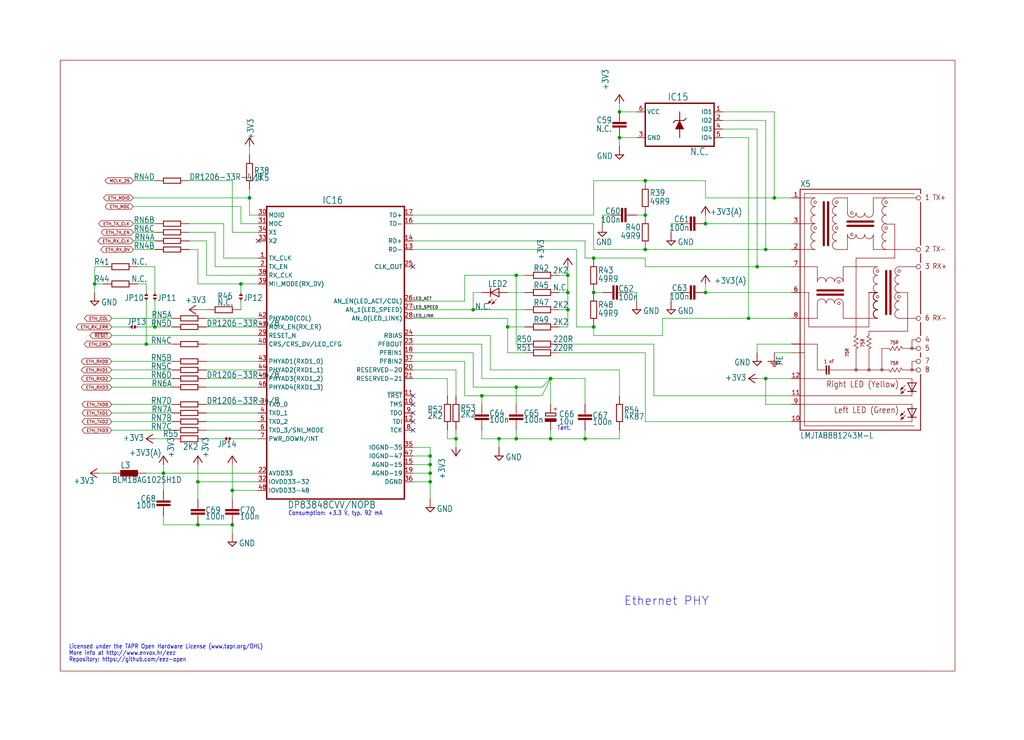
<source format=kicad_sch>
(kicad_sch (version 20230121) (generator eeschema)
  (paper "User" 302.311 218.491)
  (junction (at 228.6 58.42))
  (junction (at 58.42 142.24))
  (junction (at 162.56 111.76))
  (junction (at 127 142.24))
  (junction (at 182.88 40.64))
  (junction (at 226.06 111.76))
  (junction (at 68.58 144.78))
  (junction (at 167.64 81.28))
  (junction (at 48.26 139.7))
  (junction (at 149.86 96.52))
  (junction (at 142.24 116.84))
  (junction (at 127 134.62))
  (junction (at 43.18 101.6))
  (junction (at 208.28 66.04))
  (junction (at 167.64 86.36))
  (junction (at 134.62 129.54))
  (junction (at 182.88 33.02))
  (junction (at 27.94 83.82))
  (junction (at 147.32 129.54))
  (junction (at 45.72 96.52))
  (junction (at 175.26 96.52))
  (junction (at 226.06 73.66))
  (junction (at 152.4 114.3))
  (junction (at 162.56 129.54))
  (junction (at 175.26 76.2))
  (junction (at 152.4 129.54))
  (junction (at 58.42 154.94))
  (junction (at 68.58 154.94))
  (junction (at 73.66 58.42))
  (junction (at 167.64 91.44))
  (junction (at 127 139.7))
  (junction (at 139.7 91.44))
  (junction (at 190.5 53.34))
  (junction (at 71.12 83.82))
  (junction (at 190.5 63.5))
  (junction (at 190.5 73.66))
  (junction (at 175.26 86.36))
  (junction (at 223.52 78.74))
  (junction (at 208.28 86.36))
  (junction (at 127 137.16))
  (junction (at 172.72 129.54))
  (junction (at 220.98 93.98))
  (junction (at 152.4 81.28))
  (no_connect (at 121.92 121.92))
  (no_connect (at 121.92 119.38))
  (no_connect (at 121.92 124.46))
  (no_connect (at 121.92 127))
  (no_connect (at 121.92 116.84))
  (no_connect (at 76.2 71.12))
  (no_connect (at 121.92 78.74))
  (wire (pts (xy 175.26 66.04) (xy 175.26 73.66)))
  (wire (pts (xy 134.62 132.08) (xy 134.62 129.54)))
  (wire (pts (xy 139.7 86.36) (xy 139.7 91.44)))
  (wire (pts (xy 127 137.16) (xy 127 139.7)))
  (wire (pts (xy 193.04 101.6) (xy 193.04 116.84)))
  (wire (pts (xy 233.68 124.46) (xy 190.5 124.46)))
  (wire (pts (xy 160.02 114.3) (xy 162.56 111.76)))
  (wire (pts (xy 175.26 76.2) (xy 190.5 76.2)))
  (wire (pts (xy 149.86 86.36) (xy 154.94 86.36)))
  (wire (pts (xy 149.86 96.52) (xy 149.86 104.14)))
  (wire (pts (xy 190.5 63.5) (xy 187.96 63.5)))
  (wire (pts (xy 50.8 93.98) (xy 33.02 93.98)))
  (wire (pts (xy 228.6 58.42) (xy 233.68 58.42)))
  (wire (pts (xy 127 142.24) (xy 127 139.7)))
  (wire (pts (xy 134.62 129.54) (xy 134.62 127)))
  (wire (pts (xy 127 147.32) (xy 127 142.24)))
  (wire (pts (xy 76.2 144.78) (xy 68.58 144.78)))
  (wire (pts (xy 220.98 93.98) (xy 233.68 93.98)))
  (wire (pts (xy 33.02 127) (xy 50.8 127)))
  (wire (pts (xy 68.58 157.48) (xy 68.58 154.94)))
  (wire (pts (xy 162.56 127) (xy 162.56 129.54)))
  (wire (pts (xy 175.26 99.06) (xy 195.58 99.06)))
  (wire (pts (xy 76.2 139.7) (xy 48.26 139.7)))
  (wire (pts (xy 195.58 99.06) (xy 195.58 93.98)))
  (wire (pts (xy 175.26 63.5) (xy 175.26 53.34)))
  (wire (pts (xy 121.92 99.06) (xy 144.78 99.06)))
  (wire (pts (xy 39.37 53.34) (xy 45.72 53.34)))
  (wire (pts (xy 167.64 81.28) (xy 167.64 86.36)))
  (wire (pts (xy 121.92 142.24) (xy 127 142.24)))
  (wire (pts (xy 165.1 81.28) (xy 167.64 81.28)))
  (wire (pts (xy 121.92 93.98) (xy 149.86 93.98)))
  (wire (pts (xy 71.12 66.04) (xy 76.2 66.04)))
  (wire (pts (xy 73.66 58.42) (xy 73.66 63.5)))
  (wire (pts (xy 58.42 154.94) (xy 48.26 154.94)))
  (wire (pts (xy 198.12 88.9) (xy 198.12 86.36)))
  (wire (pts (xy 175.26 53.34) (xy 190.5 53.34)))
  (wire (pts (xy 134.62 129.54) (xy 132.08 129.54)))
  (wire (pts (xy 71.12 86.36) (xy 71.12 83.82)))
  (wire (pts (xy 55.88 68.58) (xy 63.5 68.58)))
  (wire (pts (xy 208.28 86.36) (xy 233.68 86.36)))
  (wire (pts (xy 187.96 88.9) (xy 187.96 86.36)))
  (wire (pts (xy 137.16 116.84) (xy 142.24 116.84)))
  (wire (pts (xy 149.86 104.14) (xy 154.94 104.14)))
  (wire (pts (xy 139.7 91.44) (xy 121.92 91.44)))
  (wire (pts (xy 223.52 38.1) (xy 223.52 78.74)))
  (wire (pts (xy 182.88 129.54) (xy 172.72 129.54)))
  (wire (pts (xy 43.18 88.9) (xy 43.18 101.6)))
  (wire (pts (xy 43.18 83.82) (xy 40.64 83.82)))
  (wire (pts (xy 142.24 116.84) (xy 142.24 119.38)))
  (wire (pts (xy 39.37 66.04) (xy 45.72 66.04)))
  (wire (pts (xy 48.26 139.7) (xy 48.26 137.16)))
  (wire (pts (xy 68.58 144.78) (xy 68.58 147.32)))
  (wire (pts (xy 50.8 101.6) (xy 43.18 101.6)))
  (wire (pts (xy 137.16 106.68) (xy 137.16 116.84)))
  (wire (pts (xy 142.24 127) (xy 142.24 129.54)))
  (wire (pts (xy 68.58 53.34) (xy 68.58 68.58)))
  (wire (pts (xy 45.72 129.54) (xy 50.8 129.54)))
  (wire (pts (xy 50.8 106.68) (xy 33.02 106.68)))
  (wire (pts (xy 142.24 86.36) (xy 139.7 86.36)))
  (wire (pts (xy 121.92 104.14) (xy 139.7 104.14)))
  (wire (pts (xy 60.96 124.46) (xy 76.2 124.46)))
  (wire (pts (xy 121.92 109.22) (xy 134.62 109.22)))
  (wire (pts (xy 66.04 76.2) (xy 76.2 76.2)))
  (wire (pts (xy 208.28 53.34) (xy 208.28 58.42)))
  (wire (pts (xy 137.16 88.9) (xy 137.16 81.28)))
  (wire (pts (xy 165.1 104.14) (xy 190.5 104.14)))
  (wire (pts (xy 190.5 76.2) (xy 190.5 78.74)))
  (wire (pts (xy 60.96 111.76) (xy 76.2 111.76)))
  (wire (pts (xy 233.68 119.38) (xy 226.06 119.38)))
  (wire (pts (xy 33.02 109.22) (xy 50.8 109.22)))
  (wire (pts (xy 152.4 101.6) (xy 154.94 101.6)))
  (wire (pts (xy 40.64 78.74) (xy 45.72 78.74)))
  (wire (pts (xy 208.28 66.04) (xy 233.68 66.04)))
  (wire (pts (xy 147.32 129.54) (xy 152.4 129.54)))
  (wire (pts (xy 33.02 111.76) (xy 50.8 111.76)))
  (wire (pts (xy 226.06 119.38) (xy 226.06 111.76)))
  (wire (pts (xy 228.6 33.02) (xy 228.6 58.42)))
  (wire (pts (xy 45.72 78.74) (xy 45.72 86.36)))
  (wire (pts (xy 73.66 58.42) (xy 73.66 55.88)))
  (wire (pts (xy 60.96 119.38) (xy 76.2 119.38)))
  (wire (pts (xy 76.2 129.54) (xy 68.58 129.54)))
  (wire (pts (xy 208.28 66.04) (xy 208.28 63.5)))
  (wire (pts (xy 66.04 129.54) (xy 60.96 129.54)))
  (wire (pts (xy 55.88 53.34) (xy 68.58 53.34)))
  (wire (pts (xy 139.7 104.14) (xy 139.7 114.3)))
  (wire (pts (xy 213.36 33.02) (xy 228.6 33.02)))
  (wire (pts (xy 60.96 96.52) (xy 76.2 96.52)))
  (wire (pts (xy 50.8 96.52) (xy 45.72 96.52)))
  (wire (pts (xy 127 132.08) (xy 127 134.62)))
  (wire (pts (xy 76.2 68.58) (xy 68.58 68.58)))
  (wire (pts (xy 33.02 119.38) (xy 50.8 119.38)))
  (wire (pts (xy 30.48 83.82) (xy 27.94 83.82)))
  (wire (pts (xy 162.56 111.76) (xy 172.72 111.76)))
  (wire (pts (xy 213.36 35.56) (xy 226.06 35.56)))
  (wire (pts (xy 165.1 91.44) (xy 167.64 91.44)))
  (wire (pts (xy 39.37 60.96) (xy 71.12 60.96)))
  (wire (pts (xy 162.56 119.38) (xy 162.56 111.76)))
  (wire (pts (xy 167.64 81.28) (xy 167.64 78.74)))
  (wire (pts (xy 33.02 101.6) (xy 43.18 101.6)))
  (wire (pts (xy 48.26 154.94) (xy 48.26 152.4)))
  (wire (pts (xy 170.18 96.52) (xy 175.26 96.52)))
  (wire (pts (xy 195.58 93.98) (xy 220.98 93.98)))
  (wire (pts (xy 152.4 114.3) (xy 160.02 114.3)))
  (wire (pts (xy 172.72 111.76) (xy 172.72 119.38)))
  (wire (pts (xy 152.4 129.54) (xy 162.56 129.54)))
  (wire (pts (xy 187.96 33.02) (xy 182.88 33.02)))
  (wire (pts (xy 63.5 78.74) (xy 76.2 78.74)))
  (wire (pts (xy 45.72 88.9) (xy 45.72 96.52)))
  (wire (pts (xy 172.72 127) (xy 172.72 129.54)))
  (wire (pts (xy 139.7 91.44) (xy 154.94 91.44)))
  (wire (pts (xy 71.12 83.82) (xy 76.2 83.82)))
  (wire (pts (xy 29.21 139.7) (xy 33.02 139.7)))
  (wire (pts (xy 180.34 63.5) (xy 177.8 63.5)))
  (wire (pts (xy 142.24 111.76) (xy 142.24 101.6)))
  (wire (pts (xy 160.02 116.84) (xy 162.56 111.76)))
  (wire (pts (xy 71.12 91.44) (xy 71.12 88.9)))
  (wire (pts (xy 223.52 101.6) (xy 223.52 104.14)))
  (wire (pts (xy 208.28 86.36) (xy 208.28 83.82)))
  (wire (pts (xy 43.18 86.36) (xy 43.18 83.82)))
  (wire (pts (xy 172.72 71.12) (xy 172.72 76.2)))
  (wire (pts (xy 127 137.16) (xy 127 134.62)))
  (wire (pts (xy 190.5 78.74) (xy 223.52 78.74)))
  (wire (pts (xy 60.96 106.68) (xy 76.2 106.68)))
  (wire (pts (xy 213.36 38.1) (xy 223.52 38.1)))
  (wire (pts (xy 190.5 73.66) (xy 226.06 73.66)))
  (wire (pts (xy 165.1 86.36) (xy 167.64 86.36)))
  (wire (pts (xy 33.02 121.92) (xy 50.8 121.92)))
  (wire (pts (xy 190.5 53.34) (xy 208.28 53.34)))
  (wire (pts (xy 60.96 121.92) (xy 76.2 121.92)))
  (wire (pts (xy 121.92 132.08) (xy 127 132.08)))
  (wire (pts (xy 152.4 114.3) (xy 152.4 119.38)))
  (wire (pts (xy 182.88 33.02) (xy 182.88 30.48)))
  (wire (pts (xy 60.96 114.3) (xy 76.2 114.3)))
  (wire (pts (xy 233.68 111.76) (xy 226.06 111.76)))
  (wire (pts (xy 177.8 66.04) (xy 177.8 63.5)))
  (wire (pts (xy 121.92 73.66) (xy 170.18 73.66)))
  (wire (pts (xy 27.94 78.74) (xy 30.48 78.74)))
  (wire (pts (xy 187.96 40.64) (xy 182.88 40.64)))
  (wire (pts (xy 142.24 101.6) (xy 121.92 101.6)))
  (wire (pts (xy 58.42 73.66) (xy 58.42 83.82)))
  (wire (pts (xy 233.68 104.14) (xy 228.6 104.14)))
  (wire (pts (xy 132.08 111.76) (xy 132.08 116.84)))
  (wire (pts (xy 48.26 139.7) (xy 48.26 144.78)))
  (wire (pts (xy 139.7 114.3) (xy 152.4 114.3)))
  (wire (pts (xy 162.56 129.54) (xy 172.72 129.54)))
  (wire (pts (xy 76.2 142.24) (xy 58.42 142.24)))
  (wire (pts (xy 190.5 104.14) (xy 190.5 124.46)))
  (wire (pts (xy 200.66 86.36) (xy 198.12 86.36)))
  (wire (pts (xy 55.88 71.12) (xy 60.96 71.12)))
  (wire (pts (xy 226.06 73.66) (xy 233.68 73.66)))
  (wire (pts (xy 167.64 86.36) (xy 167.64 91.44)))
  (wire (pts (xy 45.72 96.52) (xy 40.64 96.52)))
  (wire (pts (xy 223.52 78.74) (xy 233.68 78.74)))
  (wire (pts (xy 121.92 71.12) (xy 172.72 71.12)))
  (wire (pts (xy 162.56 111.76) (xy 142.24 111.76)))
  (wire (pts (xy 149.86 93.98) (xy 149.86 96.52)))
  (wire (pts (xy 175.26 96.52) (xy 175.26 99.06)))
  (wire (pts (xy 27.94 83.82) (xy 27.94 78.74)))
  (wire (pts (xy 142.24 116.84) (xy 160.02 116.84)))
  (wire (pts (xy 68.58 154.94) (xy 58.42 154.94)))
  (wire (pts (xy 121.92 106.68) (xy 137.16 106.68)))
  (wire (pts (xy 66.04 66.04) (xy 66.04 76.2)))
  (wire (pts (xy 60.96 81.28) (xy 76.2 81.28)))
  (wire (pts (xy 39.37 68.58) (xy 45.72 68.58)))
  (wire (pts (xy 60.96 101.6) (xy 76.2 101.6)))
  (wire (pts (xy 121.92 63.5) (xy 175.26 63.5)))
  (wire (pts (xy 165.1 101.6) (xy 193.04 101.6)))
  (wire (pts (xy 60.96 109.22) (xy 76.2 109.22)))
  (wire (pts (xy 121.92 66.04) (xy 175.26 66.04)))
  (wire (pts (xy 33.02 99.06) (xy 76.2 99.06)))
  (wire (pts (xy 233.68 101.6) (xy 223.52 101.6)))
  (wire (pts (xy 55.88 73.66) (xy 58.42 73.66)))
  (wire (pts (xy 200.66 66.04) (xy 198.12 66.04)))
  (wire (pts (xy 58.42 142.24) (xy 58.42 147.32)))
  (wire (pts (xy 121.92 88.9) (xy 137.16 88.9)))
  (wire (pts (xy 226.06 35.56) (xy 226.06 73.66)))
  (wire (pts (xy 33.02 114.3) (xy 50.8 114.3)))
  (wire (pts (xy 60.96 127) (xy 76.2 127)))
  (wire (pts (xy 226.06 111.76) (xy 223.52 111.76)))
  (wire (pts (xy 142.24 129.54) (xy 147.32 129.54)))
  (wire (pts (xy 198.12 68.58) (xy 198.12 66.04)))
  (wire (pts (xy 63.5 68.58) (xy 63.5 78.74)))
  (wire (pts (xy 121.92 111.76) (xy 132.08 111.76)))
  (wire (pts (xy 185.42 86.36) (xy 187.96 86.36)))
  (wire (pts (xy 39.37 71.12) (xy 45.72 71.12)))
  (wire (pts (xy 182.88 40.64) (xy 182.88 43.18)))
  (wire (pts (xy 152.4 127) (xy 152.4 129.54)))
  (wire (pts (xy 144.78 99.06) (xy 144.78 109.22)))
  (wire (pts (xy 121.92 137.16) (xy 127 137.16)))
  (wire (pts (xy 152.4 81.28) (xy 154.94 81.28)))
  (wire (pts (xy 76.2 93.98) (xy 60.96 93.98)))
  (wire (pts (xy 68.58 144.78) (xy 68.58 137.16)))
  (wire (pts (xy 137.16 81.28) (xy 152.4 81.28)))
  (wire (pts (xy 208.28 58.42) (xy 228.6 58.42)))
  (wire (pts (xy 71.12 60.96) (xy 71.12 66.04)))
  (wire (pts (xy 121.92 139.7) (xy 127 139.7)))
  (wire (pts (xy 38.1 96.52) (xy 33.02 96.52)))
  (wire (pts (xy 149.86 96.52) (xy 154.94 96.52)))
  (wire (pts (xy 33.02 124.46) (xy 50.8 124.46)))
  (wire (pts (xy 220.98 40.64) (xy 220.98 93.98)))
  (wire (pts (xy 132.08 129.54) (xy 132.08 127)))
  (wire (pts (xy 147.32 132.08) (xy 147.32 129.54)))
  (wire (pts (xy 175.26 86.36) (xy 177.8 86.36)))
  (wire (pts (xy 58.42 83.82) (xy 71.12 83.82)))
  (wire (pts (xy 121.92 134.62) (xy 127 134.62)))
  (wire (pts (xy 39.37 58.42) (xy 73.66 58.42)))
  (wire (pts (xy 170.18 73.66) (xy 170.18 96.52)))
  (wire (pts (xy 27.94 86.36) (xy 27.94 83.82)))
  (wire (pts (xy 73.66 63.5) (xy 76.2 63.5)))
  (wire (pts (xy 213.36 40.64) (xy 220.98 40.64)))
  (wire (pts (xy 60.96 91.44) (xy 58.42 91.44)))
  (wire (pts (xy 39.37 73.66) (xy 45.72 73.66)))
  (wire (pts (xy 152.4 81.28) (xy 152.4 101.6)))
  (wire (pts (xy 55.88 66.04) (xy 66.04 66.04)))
  (wire (pts (xy 58.42 142.24) (xy 58.42 137.16)))
  (wire (pts (xy 182.88 127) (xy 182.88 129.54)))
  (wire (pts (xy 167.64 96.52) (xy 165.1 96.52)))
  (wire (pts (xy 167.64 91.44) (xy 167.64 96.52)))
  (wire (pts (xy 60.96 71.12) (xy 60.96 81.28)))
  (wire (pts (xy 175.26 73.66) (xy 190.5 73.66)))
  (wire (pts (xy 172.72 76.2) (xy 175.26 76.2)))
  (wire (pts (xy 134.62 109.22) (xy 134.62 116.84)))
  (wire (pts (xy 182.88 109.22) (xy 182.88 116.84)))
  (wire (pts (xy 144.78 109.22) (xy 182.88 109.22)))
  (wire (pts (xy 48.26 139.7) (xy 43.18 139.7)))
  (wire (pts (xy 233.68 116.84) (xy 193.04 116.84)))
  (wire (pts (xy 73.66 43.18) (xy 73.66 45.72)))
  (text "Ethernet PHY" (at 184.15 179.07 0) (effects (font (size 2.54 2.54)) (justify left bottom)))
  (text "Licensed under the TAPR Open Hardware License (www.tapr.org/OHL)" (at 20.32 191.77 0) (effects (font (size 1.27 1.0795)) (justify left bottom)))
  (text "Tant." (at 164.465 125.73 0) (effects (font (size 1.27 1.0795)) (justify left top)))
  (text "Consumption: +3.3 V, typ. 92 mA" (at 85.09 152.4 0) (effects (font (size 1.27 1.0795)) (justify left bottom)))
  (text "Repository: https://github.com/eez-open" (at 20.32 195.58 0) (effects (font (size 1.27 1.0795)) (justify left bottom)))
  (text "More info at http://www.envox.hr/eez" (at 20.32 193.675 0) (effects (font (size 1.27 1.0795)) (justify left bottom)))
  (label "LED_SPEED" (at 121.92 91.44 0) (effects (font (size 0.889 0.889))))
  (label "LED_LINK" (at 121.92 93.98 0) (effects (font (size 0.889 0.889))))
  (label "LED_ACT" (at 121.92 88.9 0) (effects (font (size 0.889 0.889))))
  (global_label "ETH_RXD0" (shape bidirectional) (at 33.02 106.68 180) (effects (font (size 0.889 0.889))) (property "Intersheetrefs" "${INTERSHEET_REFS}" (effects hide)))
  (global_label "ETH_TX_CLK" (shape bidirectional) (at 39.37 66.04 180) (effects (font (size 0.889 0.889))) (property "Intersheetrefs" "${INTERSHEET_REFS}" (effects hide)))
  (global_label "ETH_RX_DV" (shape bidirectional) (at 39.37 73.66 180) (effects (font (size 0.889 0.889))) (property "Intersheetrefs" "${INTERSHEET_REFS}" (effects hide)))
  (global_label "ETH_COL" (shape bidirectional) (at 33.02 93.98 180) (effects (font (size 0.889 0.889))) (property "Intersheetrefs" "${INTERSHEET_REFS}" (effects hide)))
  (global_label "ETH_RX_CLK" (shape bidirectional) (at 39.37 71.12 180) (effects (font (size 0.889 0.889))) (property "Intersheetrefs" "${INTERSHEET_REFS}" (effects hide)))
  (global_label "ETH_MDC" (shape bidirectional) (at 39.37 60.96 180) (effects (font (size 0.889 0.889))) (property "Intersheetrefs" "${INTERSHEET_REFS}" (effects hide)))
  (global_label "ETH_RXD3" (shape bidirectional) (at 33.02 114.3 180) (effects (font (size 0.889 0.889))) (property "Intersheetrefs" "${INTERSHEET_REFS}" (effects hide)))
  (global_label "~{RESET}" (shape bidirectional) (at 33.02 99.06 180) (effects (font (size 0.889 0.889))) (property "Intersheetrefs" "${INTERSHEET_REFS}" (effects hide)))
  (global_label "ETH_RXD1" (shape bidirectional) (at 33.02 109.22 180) (effects (font (size 0.889 0.889))) (property "Intersheetrefs" "${INTERSHEET_REFS}" (effects hide)))
  (global_label "ETH_TXD2" (shape bidirectional) (at 33.02 124.46 180) (effects (font (size 0.889 0.889))) (property "Intersheetrefs" "${INTERSHEET_REFS}" (effects hide)))
  (global_label "ETH_TXD1" (shape bidirectional) (at 33.02 121.92 180) (effects (font (size 0.889 0.889))) (property "Intersheetrefs" "${INTERSHEET_REFS}" (effects hide)))
  (global_label "ETH_RXD2" (shape bidirectional) (at 33.02 111.76 180) (effects (font (size 0.889 0.889))) (property "Intersheetrefs" "${INTERSHEET_REFS}" (effects hide)))
  (global_label "ETH_TXD3" (shape bidirectional) (at 33.02 127 180) (effects (font (size 0.889 0.889))) (property "Intersheetrefs" "${INTERSHEET_REFS}" (effects hide)))
  (global_label "ETH_RX_ERR" (shape bidirectional) (at 33.02 96.52 180) (effects (font (size 0.889 0.889))) (property "Intersheetrefs" "${INTERSHEET_REFS}" (effects hide)))
  (global_label "ETH_TX_EN" (shape bidirectional) (at 39.37 68.58 180) (effects (font (size 0.889 0.889))) (property "Intersheetrefs" "${INTERSHEET_REFS}" (effects hide)))
  (global_label "ETH_CRS" (shape bidirectional) (at 33.02 101.6 180) (effects (font (size 0.889 0.889))) (property "Intersheetrefs" "${INTERSHEET_REFS}" (effects hide)))
  (global_label "MCLK_25" (shape bidirectional) (at 39.37 53.34 180) (effects (font (size 0.889 0.889))) (property "Intersheetrefs" "${INTERSHEET_REFS}" (effects hide)))
  (global_label "ETH_MDIO" (shape bidirectional) (at 39.37 58.42 180) (effects (font (size 0.889 0.889))) (property "Intersheetrefs" "${INTERSHEET_REFS}" (effects hide)))
  (global_label "ETH_TXD0" (shape bidirectional) (at 33.02 119.38 180) (effects (font (size 0.889 0.889))) (property "Intersheetrefs" "${INTERSHEET_REFS}" (effects hide)))
  (symbol (lib_id "EEZ_DIB_MCU_r3B4-eagle-import:R-EU_R0805") (at 160.02 86.36 180) (unit 1)
    (property "Reference" "R45" (at 157.48 85.217 0) (effects (font (size 1.778 1.5113)) (justify right top)))
    (property "Value" "N.C." (at 163.195 85.852 0) (effects (font (size 1.778 1.5113)) (justify right top)))
    (property "Footprint" "EEZ_DIB_MCU_r3B4:R0805" (effects hide))
  )
  (symbol (lib_id "EEZ_DIB_MCU_r3B4-eagle-import:GND") (at 198.12 71.12 0) (mirror y) (unit 1)
    (property "Reference" "#SUPPLY066" (effects hide))
    (property "Value" "GND" (at 200.025 70.485 0) (effects (font (size 1.778 1.5113)) (justify right top)))
    (property "Footprint" "EEZ_DIB_MCU_r3B4:" (effects hide))
  )
  (symbol (lib_id "EEZ_DIB_MCU_r3B4-eagle-import:TPD4E001-DRL") (at 200.66 35.56 0) (mirror y) (unit 1)
    (property "Reference" "IC15" (at 203.327 29.7688 0) (effects (font (size 2.0828 1.7703)) (justify left bottom)))
    (property "Value" "N.C." (at 209.2452 45.8978 0) (effects (font (size 2.0828 1.7703)) (justify left bottom)))
    (property "Footprint" "EEZ_DIB_MCU_r3B4:DRL6" (effects hide))
  )
  (symbol (lib_id "EEZ_DIB_MCU_r3B4-eagle-import:DINA4_L") (at 17.78 198.12 0) (unit 1)
    (property "Reference" "#FRAME5" (effects hide))
    (property "Value" "DINA4_L" (effects hide))
    (property "Footprint" "EEZ_DIB_MCU_r3B4:" (effects hide))
  )
  (symbol (lib_id "EEZ_DIB_MCU_r3B4-eagle-import:DP83848CVV{slash}NOPB") (at 99.06 104.14 0) (unit 1)
    (property "Reference" "IC16" (at 95.0976 60.2234 0) (effects (font (size 2.0828 1.7703)) (justify left bottom)))
    (property "Value" "DP83848CVV/NOPB" (at 84.836 150.1648 0) (effects (font (size 2.0828 1.7703)) (justify left bottom)))
    (property "Footprint" "EEZ_DIB_MCU_r3B4:PT48" (effects hide))
  )
  (symbol (lib_id "EEZ_DIB_MCU_r3B4-eagle-import:R_ARRAY4") (at 55.88 119.38 0) (unit 4)
    (property "Reference" "RN7" (at 50.8 119.253 0) (effects (font (size 1.778 1.5113)) (justify right bottom)))
    (property "Value" "DR1206-33R-4/8" (at 60.96 119.253 0) (effects (font (size 1.778 1.5113)) (justify left bottom)))
    (property "Footprint" "EEZ_DIB_MCU_r3B4:CAY16" (effects hide))
  )
  (symbol (lib_id "EEZ_DIB_MCU_r3B4-eagle-import:R_ARRAY4") (at 55.88 96.52 0) (unit 4)
    (property "Reference" "RN5" (at 50.8 96.393 0) (effects (font (size 1.778 1.5113)) (justify right bottom)))
    (property "Value" "DR1206-33R-4/8" (at 60.96 96.393 0) (effects (font (size 1.778 1.5113)) (justify left bottom)))
    (property "Footprint" "EEZ_DIB_MCU_r3B4:CAY16" (effects hide))
  )
  (symbol (lib_id "EEZ_DIB_MCU_r3B4-eagle-import:FERRITE_BEAD0603") (at 38.1 139.7 0) (unit 1)
    (property "Reference" "L3" (at 35.56 138.3284 0) (effects (font (size 1.778 1.5113)) (justify left bottom)))
    (property "Value" "BLM18AG102SH1D" (at 33.02 142.621 0) (effects (font (size 1.778 1.5113)) (justify left bottom)))
    (property "Footprint" "EEZ_DIB_MCU_r3B4:BEAD0603" (effects hide))
  )
  (symbol (lib_id "EEZ_DIB_MCU_r3B4-eagle-import:R-EU_R0805") (at 160.02 81.28 180) (unit 1)
    (property "Reference" "R42" (at 157.48 80.137 0) (effects (font (size 1.778 1.5113)) (justify right top)))
    (property "Value" "2K2" (at 163.195 80.772 0) (effects (font (size 1.778 1.5113)) (justify right top)))
    (property "Footprint" "EEZ_DIB_MCU_r3B4:R0805" (effects hide))
  )
  (symbol (lib_id "EEZ_DIB_MCU_r3B4-eagle-import:+3V3") (at 55.88 91.44 90) (unit 1)
    (property "Reference" "#+3V0334" (effects hide))
    (property "Value" "+3V3" (at 54.61 89.535 90) (effects (font (size 1.778 1.5113)) (justify right top)))
    (property "Footprint" "EEZ_DIB_MCU_r3B4:" (effects hide))
  )
  (symbol (lib_id "EEZ_DIB_MCU_r3B4-eagle-import:R-EU_R0805") (at 66.04 91.44 0) (unit 1)
    (property "Reference" "R46" (at 64.135 88.392 0) (effects (font (size 1.778 1.5113)) (justify left bottom)))
    (property "Value" "N.C." (at 64.135 90.297 0) (effects (font (size 1.778 1.5113)) (justify left bottom)))
    (property "Footprint" "EEZ_DIB_MCU_r3B4:R0805" (effects hide))
  )
  (symbol (lib_id "EEZ_DIB_MCU_r3B4-eagle-import:JP2-NOCUT") (at 66.04 129.54 0) (unit 1)
    (property "Reference" "JP14" (at 64.135 132.08 0) (effects (font (size 1.778 1.5113)) (justify left bottom)))
    (property "Value" "JP2-NOCUT" (effects hide))
    (property "Footprint" "EEZ_DIB_MCU_r3B4:JP2-NOCUT" (effects hide))
  )
  (symbol (lib_id "EEZ_DIB_MCU_r3B4-eagle-import:+3V3(A)") (at 48.26 134.62 0) (unit 1)
    (property "Reference" "#+3V3(A)03" (effects hide))
    (property "Value" "+3V3(A)" (at 38.1 134.62 0) (effects (font (size 1.778 1.5113)) (justify left bottom)))
    (property "Footprint" "EEZ_DIB_MCU_r3B4:" (effects hide))
  )
  (symbol (lib_id "EEZ_DIB_MCU_r3B4-eagle-import:GND") (at 27.94 88.9 0) (mirror y) (unit 1)
    (property "Reference" "#SUPPLY067" (effects hide))
    (property "Value" "GND" (at 29.845 88.265 0) (effects (font (size 1.778 1.5113)) (justify right top)))
    (property "Footprint" "EEZ_DIB_MCU_r3B4:" (effects hide))
  )
  (symbol (lib_id "EEZ_DIB_MCU_r3B4-eagle-import:JP2-CUT") (at 45.72 88.9 90) (unit 1)
    (property "Reference" "JP11" (at 46.355 88.9 90) (effects (font (size 1.778 1.5113)) (justify right top)))
    (property "Value" "JP2-CUT" (effects hide))
    (property "Footprint" "EEZ_DIB_MCU_r3B4:JP2-CUT" (effects hide))
  )
  (symbol (lib_id "EEZ_DIB_MCU_r3B4-eagle-import:R_ARRAY4") (at 55.88 106.68 0) (unit 2)
    (property "Reference" "RN5" (at 50.8 106.553 0) (effects (font (size 1.778 1.5113)) (justify right bottom)))
    (property "Value" "DR1206-33R-4/8" (effects hide))
    (property "Footprint" "EEZ_DIB_MCU_r3B4:CAY16" (effects hide))
  )
  (symbol (lib_id "EEZ_DIB_MCU_r3B4-eagle-import:JP2-NOCUT") (at 40.64 96.52 180) (unit 1)
    (property "Reference" "JP13" (at 37.465 93.98 0) (effects (font (size 1.778 1.5113)) (justify right bottom)))
    (property "Value" "JP2-NOCUT" (effects hide))
    (property "Footprint" "EEZ_DIB_MCU_r3B4:JP2-NOCUT" (effects hide))
  )
  (symbol (lib_id "EEZ_DIB_MCU_r3B4-eagle-import:GND") (at 68.58 160.02 0) (mirror y) (unit 1)
    (property "Reference" "#SUPPLY073" (effects hide))
    (property "Value" "GND" (at 70.485 159.385 0) (effects (font (size 1.778 1.5113)) (justify right top)))
    (property "Footprint" "EEZ_DIB_MCU_r3B4:" (effects hide))
  )
  (symbol (lib_id "EEZ_DIB_MCU_r3B4-eagle-import:R-EU_R0805") (at 160.02 104.14 180) (unit 1)
    (property "Reference" "R51" (at 152.4 103.632 0) (effects (font (size 1.778 1.5113)) (justify right top)))
    (property "Value" "220R" (at 163.195 103.632 0) (effects (font (size 1.778 1.5113)) (justify right top)))
    (property "Footprint" "EEZ_DIB_MCU_r3B4:R0805" (effects hide))
  )
  (symbol (lib_id "EEZ_DIB_MCU_r3B4-eagle-import:+3V3(A)") (at 208.28 81.28 0) (unit 1)
    (property "Reference" "#+3V3(A)02" (effects hide))
    (property "Value" "+3V3(A)" (at 210.82 83.82 0) (effects (font (size 1.778 1.5113)) (justify left bottom)))
    (property "Footprint" "EEZ_DIB_MCU_r3B4:" (effects hide))
  )
  (symbol (lib_id "EEZ_DIB_MCU_r3B4-eagle-import:C-EUC0603") (at 180.34 86.36 90) (mirror x) (unit 1)
    (property "Reference" "C62" (at 182.499 84.201 90) (effects (font (size 1.778 1.5113)) (justify right top)))
    (property "Value" "100n" (at 182.499 86.741 90) (effects (font (size 1.778 1.5113)) (justify right top)))
    (property "Footprint" "EEZ_DIB_MCU_r3B4:C0603" (effects hide))
  )
  (symbol (lib_id "EEZ_DIB_MCU_r3B4-eagle-import:+3V3(A)") (at 208.28 60.96 0) (unit 1)
    (property "Reference" "#+3V3(A)01" (effects hide))
    (property "Value" "+3V3(A)" (at 209.55 63.5 0) (effects (font (size 1.778 1.5113)) (justify left bottom)))
    (property "Footprint" "EEZ_DIB_MCU_r3B4:" (effects hide))
  )
  (symbol (lib_id "EEZ_DIB_MCU_r3B4-eagle-import:+3V3") (at 43.18 129.54 90) (unit 1)
    (property "Reference" "#+3V0336" (effects hide))
    (property "Value" "+3V3" (at 42.545 128.27 90) (effects (font (size 1.778 1.5113)) (justify left bottom)))
    (property "Footprint" "EEZ_DIB_MCU_r3B4:" (effects hide))
  )
  (symbol (lib_id "EEZ_DIB_MCU_r3B4-eagle-import:R_ARRAY4") (at 55.88 114.3 0) (unit 1)
    (property "Reference" "RN6" (at 50.8 114.173 0) (effects (font (size 1.778 1.5113)) (justify right bottom)))
    (property "Value" "DR1206-33R-4/8" (effects hide))
    (property "Footprint" "EEZ_DIB_MCU_r3B4:CAY16" (effects hide))
  )
  (symbol (lib_id "EEZ_DIB_MCU_r3B4-eagle-import:R-EU_R0805") (at 73.66 50.8 270) (mirror x) (unit 1)
    (property "Reference" "R38" (at 74.93 49.403 90) (effects (font (size 1.778 1.5113)) (justify left bottom)))
    (property "Value" "1K5" (at 74.93 53.467 90) (effects (font (size 1.778 1.5113)) (justify left top)))
    (property "Footprint" "EEZ_DIB_MCU_r3B4:R0805" (effects hide))
  )
  (symbol (lib_id "EEZ_DIB_MCU_r3B4-eagle-import:LED0805") (at 144.78 86.36 270) (mirror x) (unit 1)
    (property "Reference" "LED2" (at 144.018 82.804 90) (effects (font (size 1.778 1.5113)) (justify left bottom)))
    (property "Value" "N.C." (at 140.208 89.535 90) (effects (font (size 1.778 1.5113)) (justify left bottom)))
    (property "Footprint" "EEZ_DIB_MCU_r3B4:LED_0805" (effects hide))
  )
  (symbol (lib_id "EEZ_DIB_MCU_r3B4-eagle-import:R_ARRAY4") (at 55.88 111.76 0) (unit 4)
    (property "Reference" "RN6" (at 50.8 111.633 0) (effects (font (size 1.778 1.5113)) (justify right bottom)))
    (property "Value" "DR1206-33R-4/8" (at 60.96 111.633 0) (effects (font (size 1.778 1.5113)) (justify left bottom)))
    (property "Footprint" "EEZ_DIB_MCU_r3B4:CAY16" (effects hide))
  )
  (symbol (lib_id "EEZ_DIB_MCU_r3B4-eagle-import:R_ARRAY4") (at 55.88 121.92 0) (unit 1)
    (property "Reference" "RN7" (at 50.8 121.793 0) (effects (font (size 1.778 1.5113)) (justify right bottom)))
    (property "Value" "DR1206-33R-4/8" (effects hide))
    (property "Footprint" "EEZ_DIB_MCU_r3B4:CAY16" (effects hide))
  )
  (symbol (lib_id "EEZ_DIB_MCU_r3B4-eagle-import:+3V3") (at 134.62 134.62 0) (mirror x) (unit 1)
    (property "Reference" "#+3V0340" (effects hide))
    (property "Value" "+3V3" (at 131.445 135.255 90) (effects (font (size 1.778 1.5113)) (justify left bottom)))
    (property "Footprint" "EEZ_DIB_MCU_r3B4:" (effects hide))
  )
  (symbol (lib_id "EEZ_DIB_MCU_r3B4-eagle-import:+3V3") (at 58.42 134.62 0) (unit 1)
    (property "Reference" "#+3V0338" (effects hide))
    (property "Value" "+3V3" (at 51.435 135.255 90) (effects (font (size 1.778 1.5113)) (justify left bottom)))
    (property "Footprint" "EEZ_DIB_MCU_r3B4:" (effects hide))
  )
  (symbol (lib_id "EEZ_DIB_MCU_r3B4-eagle-import:C-EUC0603") (at 203.2 86.36 90) (mirror x) (unit 1)
    (property "Reference" "C63" (at 202.946 85.979 90) (effects (font (size 1.778 1.5113)) (justify left bottom)))
    (property "Value" "100n" (at 203.581 88.519 90) (effects (font (size 1.778 1.5113)) (justify left bottom)))
    (property "Footprint" "EEZ_DIB_MCU_r3B4:C0603" (effects hide))
  )
  (symbol (lib_id "EEZ_DIB_MCU_r3B4-eagle-import:R-EU_R0805") (at 190.5 58.42 90) (unit 1)
    (property "Reference" "R39" (at 191.77 57.912 90) (effects (font (size 1.778 1.5113)) (justify right top)))
    (property "Value" "49R9" (at 191.77 60.452 90) (effects (font (size 1.778 1.5113)) (justify right top)))
    (property "Footprint" "EEZ_DIB_MCU_r3B4:R0805" (effects hide))
  )
  (symbol (lib_id "EEZ_DIB_MCU_r3B4-eagle-import:+3V3") (at 68.58 134.62 0) (unit 1)
    (property "Reference" "#+3V0339" (effects hide))
    (property "Value" "+3V3" (at 61.595 135.255 90) (effects (font (size 1.778 1.5113)) (justify left bottom)))
    (property "Footprint" "EEZ_DIB_MCU_r3B4:" (effects hide))
  )
  (symbol (lib_id "EEZ_DIB_MCU_r3B4-eagle-import:R-EU_R0805") (at 175.26 81.28 90) (unit 1)
    (property "Reference" "R43" (at 176.53 80.772 90) (effects (font (size 1.778 1.5113)) (justify right top)))
    (property "Value" "49R9" (at 176.53 83.312 90) (effects (font (size 1.778 1.5113)) (justify right top)))
    (property "Footprint" "EEZ_DIB_MCU_r3B4:R0805" (effects hide))
  )
  (symbol (lib_id "EEZ_DIB_MCU_r3B4-eagle-import:+3V3") (at 182.88 27.94 0) (unit 1)
    (property "Reference" "#+3V0331" (effects hide))
    (property "Value" "+3V3" (at 179.705 26.67 90) (effects (font (size 1.778 1.5113)) (justify left bottom)))
    (property "Footprint" "EEZ_DIB_MCU_r3B4:" (effects hide))
  )
  (symbol (lib_id "EEZ_DIB_MCU_r3B4-eagle-import:R-EU_R0805") (at 35.56 78.74 0) (mirror x) (unit 1)
    (property "Reference" "R41" (at 32.385 78.232 0) (effects (font (size 1.778 1.5113)) (justify right top)))
    (property "Value" "N.C." (at 38.735 78.232 0) (effects (font (size 1.778 1.5113)) (justify left top)))
    (property "Footprint" "EEZ_DIB_MCU_r3B4:R0805" (effects hide))
  )
  (symbol (lib_id "EEZ_DIB_MCU_r3B4-eagle-import:GND") (at 182.88 45.72 0) (mirror y) (unit 1)
    (property "Reference" "#SUPPLY064" (effects hide))
    (property "Value" "GND" (at 180.975 45.085 0) (effects (font (size 1.778 1.5113)) (justify left top)))
    (property "Footprint" "EEZ_DIB_MCU_r3B4:" (effects hide))
  )
  (symbol (lib_id "EEZ_DIB_MCU_r3B4-eagle-import:R-EU_R0805") (at 175.26 91.44 90) (unit 1)
    (property "Reference" "R48" (at 176.53 90.932 90) (effects (font (size 1.778 1.5113)) (justify right top)))
    (property "Value" "49R9" (at 176.53 93.472 90) (effects (font (size 1.778 1.5113)) (justify right top)))
    (property "Footprint" "EEZ_DIB_MCU_r3B4:R0805" (effects hide))
  )
  (symbol (lib_id "EEZ_DIB_MCU_r3B4-eagle-import:+3V3") (at 26.67 139.7 90) (unit 1)
    (property "Reference" "#+3V0337" (effects hide))
    (property "Value" "+3V3" (at 27.94 140.97 90) (effects (font (size 1.778 1.5113)) (justify left bottom)))
    (property "Footprint" "EEZ_DIB_MCU_r3B4:" (effects hide))
  )
  (symbol (lib_id "EEZ_DIB_MCU_r3B4-eagle-import:GND") (at 198.12 91.44 0) (mirror y) (unit 1)
    (property "Reference" "#SUPPLY069" (effects hide))
    (property "Value" "GND" (at 200.025 90.805 0) (effects (font (size 1.778 1.5113)) (justify right top)))
    (property "Footprint" "EEZ_DIB_MCU_r3B4:" (effects hide))
  )
  (symbol (lib_id "EEZ_DIB_MCU_r3B4-eagle-import:+3V3") (at 167.64 76.2 0) (unit 1)
    (property "Reference" "#+3V0333" (effects hide))
    (property "Value" "+3V3" (at 160.655 76.835 90) (effects (font (size 1.778 1.5113)) (justify left bottom)))
    (property "Footprint" "EEZ_DIB_MCU_r3B4:" (effects hide))
  )
  (symbol (lib_id "EEZ_DIB_MCU_r3B4-eagle-import:R-EU_R0805") (at 160.02 96.52 180) (unit 1)
    (property "Reference" "R49" (at 157.48 95.377 0) (effects (font (size 1.778 1.5113)) (justify right top)))
    (property "Value" "2K2" (at 163.195 96.012 0) (effects (font (size 1.778 1.5113)) (justify right top)))
    (property "Footprint" "EEZ_DIB_MCU_r3B4:R0805" (effects hide))
  )
  (symbol (lib_id "EEZ_DIB_MCU_r3B4-eagle-import:JP2-CUT") (at 43.18 88.9 90) (unit 1)
    (property "Reference" "JP10" (at 42.545 88.9 90) (effects (font (size 1.778 1.5113)) (justify left top)))
    (property "Value" "JP2-CUT" (effects hide))
    (property "Footprint" "EEZ_DIB_MCU_r3B4:JP2-CUT" (effects hide))
  )
  (symbol (lib_id "EEZ_DIB_MCU_r3B4-eagle-import:R_ARRAY4") (at 50.8 71.12 0) (unit 1)
    (property "Reference" "RN4" (at 45.72 70.993 0) (effects (font (size 1.778 1.5113)) (justify right bottom)))
    (property "Value" "DR1206-33R-4/8" (effects hide))
    (property "Footprint" "EEZ_DIB_MCU_r3B4:CAY16" (effects hide))
  )
  (symbol (lib_id "EEZ_DIB_MCU_r3B4-eagle-import:C-EUC0603") (at 58.42 149.86 0) (mirror y) (unit 1)
    (property "Reference" "C69" (at 60.579 149.606 0) (effects (font (size 1.778 1.5113)) (justify right top)))
    (property "Value" "100n" (at 60.579 151.511 0) (effects (font (size 1.778 1.5113)) (justify right top)))
    (property "Footprint" "EEZ_DIB_MCU_r3B4:C0603" (effects hide))
  )
  (symbol (lib_id "EEZ_DIB_MCU_r3B4-eagle-import:R-EU_R0805") (at 55.88 129.54 0) (mirror x) (unit 1)
    (property "Reference" "R55" (at 52.705 129.032 0) (effects (font (size 1.778 1.5113)) (justify right top)))
    (property "Value" "2K2" (at 53.975 132.842 0) (effects (font (size 1.778 1.5113)) (justify left top)))
    (property "Footprint" "EEZ_DIB_MCU_r3B4:R0805" (effects hide))
  )
  (symbol (lib_id "EEZ_DIB_MCU_r3B4-eagle-import:R_ARRAY4") (at 50.8 53.34 0) (unit 4)
    (property "Reference" "RN4" (at 45.72 53.213 0) (effects (font (size 1.778 1.5113)) (justify right bottom)))
    (property "Value" "DR1206-33R-4/8" (at 55.88 53.213 0) (effects (font (size 1.778 1.5113)) (justify left bottom)))
    (property "Footprint" "EEZ_DIB_MCU_r3B4:CAY16" (effects hide))
  )
  (symbol (lib_id "EEZ_DIB_MCU_r3B4-eagle-import:C-EUC0603") (at 48.26 147.32 0) (mirror y) (unit 1)
    (property "Reference" "C68" (at 46.101 148.209 0) (effects (font (size 1.778 1.5113)) (justify left bottom)))
    (property "Value" "100n" (at 46.101 150.114 0) (effects (font (size 1.778 1.5113)) (justify left bottom)))
    (property "Footprint" "EEZ_DIB_MCU_r3B4:C0603" (effects hide))
  )
  (symbol (lib_id "EEZ_DIB_MCU_r3B4-eagle-import:R-EU_R0805") (at 190.5 68.58 90) (unit 1)
    (property "Reference" "R40" (at 189.23 68.072 90) (effects (font (size 1.778 1.5113)) (justify left top)))
    (property "Value" "49R9" (at 189.23 70.612 90) (effects (font (size 1.778 1.5113)) (justify left top)))
    (property "Footprint" "EEZ_DIB_MCU_r3B4:R0805" (effects hide))
  )
  (symbol (lib_id "EEZ_DIB_MCU_r3B4-eagle-import:R-EU_R0805") (at 182.88 121.92 90) (unit 1)
    (property "Reference" "R54" (at 184.15 122.047 90) (effects (font (size 1.778 1.5113)) (justify right top)))
    (property "Value" "4K87" (at 184.15 123.952 90) (effects (font (size 1.778 1.5113)) (justify right top)))
    (property "Footprint" "EEZ_DIB_MCU_r3B4:R0805" (effects hide))
  )
  (symbol (lib_id "EEZ_DIB_MCU_r3B4-eagle-import:C-EUC0603") (at 142.24 121.92 0) (mirror y) (unit 1)
    (property "Reference" "C64" (at 144.399 121.031 0) (effects (font (size 1.778 1.5113)) (justify right top)))
    (property "Value" "100n" (at 144.399 122.936 0) (effects (font (size 1.778 1.5113)) (justify right top)))
    (property "Footprint" "EEZ_DIB_MCU_r3B4:C0603" (effects hide))
  )
  (symbol (lib_id "EEZ_DIB_MCU_r3B4-eagle-import:PE") (at 228.6 106.68 0) (unit 1)
    (property "Reference" "#PE03" (effects hide))
    (property "Value" "PE" (at 231.14 107.95 90) (effects (font (size 1.778 1.5113)) (justify left bottom)))
    (property "Footprint" "EEZ_DIB_MCU_r3B4:" (effects hide))
  )
  (symbol (lib_id "EEZ_DIB_MCU_r3B4-eagle-import:R-EU_R0805") (at 35.56 83.82 0) (mirror x) (unit 1)
    (property "Reference" "R44" (at 32.385 83.312 0) (effects (font (size 1.778 1.5113)) (justify right top)))
    (property "Value" "N.C." (at 38.735 83.312 0) (effects (font (size 1.778 1.5113)) (justify left top)))
    (property "Footprint" "EEZ_DIB_MCU_r3B4:R0805" (effects hide))
  )
  (symbol (lib_id "EEZ_DIB_MCU_r3B4-eagle-import:C-EUC0603") (at 172.72 121.92 0) (mirror y) (unit 1)
    (property "Reference" "C67" (at 174.879 121.666 0) (effects (font (size 1.778 1.5113)) (justify right top)))
    (property "Value" "100n" (at 174.879 123.571 0) (effects (font (size 1.778 1.5113)) (justify right top)))
    (property "Footprint" "EEZ_DIB_MCU_r3B4:C0603" (effects hide))
  )
  (symbol (lib_id "EEZ_DIB_MCU_r3B4-eagle-import:JP2-CUT") (at 71.12 88.9 90) (unit 1)
    (property "Reference" "JP12" (at 71.755 88.9 90) (effects (font (size 1.778 1.5113)) (justify right top)))
    (property "Value" "JP2-CUT" (effects hide))
    (property "Footprint" "EEZ_DIB_MCU_r3B4:JP2-CUT" (effects hide))
  )
  (symbol (lib_id "EEZ_DIB_MCU_r3B4-eagle-import:GND") (at 187.96 91.44 0) (mirror y) (unit 1)
    (property "Reference" "#SUPPLY068" (effects hide))
    (property "Value" "GND" (at 189.865 90.805 0) (effects (font (size 1.778 1.5113)) (justify right top)))
    (property "Footprint" "EEZ_DIB_MCU_r3B4:" (effects hide))
  )
  (symbol (lib_id "EEZ_DIB_MCU_r3B4-eagle-import:R_ARRAY4") (at 55.88 124.46 0) (unit 2)
    (property "Reference" "RN7" (at 50.8 124.333 0) (effects (font (size 1.778 1.5113)) (justify right bottom)))
    (property "Value" "DR1206-33R-4/8" (effects hide))
    (property "Footprint" "EEZ_DIB_MCU_r3B4:CAY16" (effects hide))
  )
  (symbol (lib_id "EEZ_DIB_MCU_r3B4-eagle-import:R_ARRAY4") (at 55.88 101.6 0) (unit 3)
    (property "Reference" "RN4" (at 50.8 101.473 0) (effects (font (size 1.778 1.5113)) (justify right bottom)))
    (property "Value" "DR1206-33R-4/8" (effects hide))
    (property "Footprint" "EEZ_DIB_MCU_r3B4:CAY16" (effects hide))
  )
  (symbol (lib_id "EEZ_DIB_MCU_r3B4-eagle-import:R-EU_R0805") (at 132.08 121.92 90) (unit 1)
    (property "Reference" "R52" (at 130.81 119.888 90) (effects (font (size 1.778 1.5113)) (justify left bottom)))
    (property "Value" "2K2" (at 130.81 121.793 90) (effects (font (size 1.778 1.5113)) (justify left bottom)))
    (property "Footprint" "EEZ_DIB_MCU_r3B4:R0805" (effects hide))
  )
  (symbol (lib_id "EEZ_DIB_MCU_r3B4-eagle-import:C-EUC0603") (at 203.2 66.04 90) (mirror x) (unit 1)
    (property "Reference" "C61" (at 203.581 65.659 90) (effects (font (size 1.778 1.5113)) (justify left bottom)))
    (property "Value" "100n" (at 203.581 68.199 90) (effects (font (size 1.778 1.5113)) (justify left bottom)))
    (property "Footprint" "EEZ_DIB_MCU_r3B4:C0603" (effects hide))
  )
  (symbol (lib_id "EEZ_DIB_MCU_r3B4-eagle-import:C-EUC0603") (at 182.88 35.56 0) (mirror y) (unit 1)
    (property "Reference" "C59" (at 180.721 36.449 0) (effects (font (size 1.778 1.5113)) (justify left bottom)))
    (property "Value" "N.C." (at 180.721 38.989 0) (effects (font (size 1.778 1.5113)) (justify left bottom)))
    (property "Footprint" "EEZ_DIB_MCU_r3B4:C0603" (effects hide))
  )
  (symbol (lib_id "EEZ_DIB_MCU_r3B4-eagle-import:GND") (at 127 149.86 0) (mirror y) (unit 1)
    (property "Reference" "#SUPPLY072" (effects hide))
    (property "Value" "GND" (at 128.905 149.225 0) (effects (font (size 1.778 1.5113)) (justify right top)))
    (property "Footprint" "EEZ_DIB_MCU_r3B4:" (effects hide))
  )
  (symbol (lib_id "EEZ_DIB_MCU_r3B4-eagle-import:+3V3") (at 220.98 111.76 90) (unit 1)
    (property "Reference" "#+3V0335" (effects hide))
    (property "Value" "+3V3" (at 220.345 110.49 90) (effects (font (size 1.778 1.5113)) (justify left bottom)))
    (property "Footprint" "EEZ_DIB_MCU_r3B4:" (effects hide))
  )
  (symbol (lib_id "EEZ_DIB_MCU_r3B4-eagle-import:C-EUC0603") (at 185.42 63.5 270) (unit 1)
    (property "Reference" "C60" (at 183.261 61.341 90) (effects (font (size 1.778 1.5113)) (justify right top)))
    (property "Value" "100n" (at 183.261 63.881 90) (effects (font (size 1.778 1.5113)) (justify right top)))
    (property "Footprint" "EEZ_DIB_MCU_r3B4:C0603" (effects hide))
  )
  (symbol (lib_id "EEZ_DIB_MCU_r3B4-eagle-import:GND") (at 223.52 106.68 0) (mirror y) (unit 1)
    (property "Reference" "#SUPPLY070" (effects hide))
    (property "Value" "GND" (at 221.615 107.95 0) (effects (font (size 1.778 1.5113)) (justify left bottom)))
    (property "Footprint" "EEZ_DIB_MCU_r3B4:" (effects hide))
  )
  (symbol (lib_id "EEZ_DIB_MCU_r3B4-eagle-import:R_ARRAY4") (at 50.8 66.04 0) (unit 2)
    (property "Reference" "RN6" (at 45.72 65.913 0) (effects (font (size 1.778 1.5113)) (justify right bottom)))
    (property "Value" "DR1206-33R-4/8" (effects hide))
    (property "Footprint" "EEZ_DIB_MCU_r3B4:CAY16" (effects hide))
  )
  (symbol (lib_id "EEZ_DIB_MCU_r3B4-eagle-import:C-EUC0603") (at 68.58 149.86 0) (mirror y) (unit 1)
    (property "Reference" "C70" (at 70.739 149.606 0) (effects (font (size 1.778 1.5113)) (justify right top)))
    (property "Value" "100n" (at 70.739 151.511 0) (effects (font (size 1.778 1.5113)) (justify right top)))
    (property "Footprint" "EEZ_DIB_MCU_r3B4:C0603" (effects hide))
  )
  (symbol (lib_id "EEZ_DIB_MCU_r3B4-eagle-import:+3V3") (at 73.66 40.64 0) (unit 1)
    (property "Reference" "#+3V0332" (effects hide))
    (property "Value" "+3V3" (at 74.93 41.275 90) (effects (font (size 1.778 1.5113)) (justify left bottom)))
    (property "Footprint" "EEZ_DIB_MCU_r3B4:" (effects hide))
  )
  (symbol (lib_id "EEZ_DIB_MCU_r3B4-eagle-import:R-EU_R0805") (at 160.02 101.6 180) (unit 1)
    (property "Reference" "R50" (at 152.4 101.092 0) (effects (font (size 1.778 1.5113)) (justify right top)))
    (property "Value" "220R" (at 163.195 101.092 0) (effects (font (size 1.778 1.5113)) (justify right top)))
    (property "Footprint" "EEZ_DIB_MCU_r3B4:R0805" (effects hide))
  )
  (symbol (lib_id "EEZ_DIB_MCU_r3B4-eagle-import:RJ45-TRAFO-LED") (at 248.92 96.52 0) (unit 1)
    (property "Reference" "X5" (at 236.22 55.245 0) (effects (font (size 1.778 1.5113)) (justify left bottom)))
    (property "Value" "LMJTAB881243M-L" (at 236.22 129.54 0) (effects (font (size 1.778 1.5113)) (justify left bottom)))
    (property "Footprint" "EEZ_DIB_MCU_r3B4:RJ45-TRAFO-LED" (effects hide))
  )
  (symbol (lib_id "EEZ_DIB_MCU_r3B4-eagle-import:ECAP1206") (at 162.56 121.92 0) (mirror y) (unit 1)
    (property "Reference" "C66" (at 164.973 121.285 0) (effects (font (size 1.778 1.5113)) (justify right top)))
    (property "Value" "10u" (at 164.973 123.444 0) (effects (font (size 1.778 1.5113)) (justify right top)))
    (property "Footprint" "EEZ_DIB_MCU_r3B4:EC1206" (effects hide))
  )
  (symbol (lib_id "EEZ_DIB_MCU_r3B4-eagle-import:R_ARRAY4") (at 55.88 93.98 0) (unit 1)
    (property "Reference" "RN5" (at 50.8 93.853 0) (effects (font (size 1.778 1.5113)) (justify right bottom)))
    (property "Value" "DR1206-33R-4/8" (effects hide))
    (property "Footprint" "EEZ_DIB_MCU_r3B4:CAY16" (effects hide))
  )
  (symbol (lib_id "EEZ_DIB_MCU_r3B4-eagle-import:GND") (at 177.8 68.58 0) (mirror y) (unit 1)
    (property "Reference" "#SUPPLY065" (effects hide))
    (property "Value" "GND" (at 175.895 70.485 0) (effects (font (size 1.778 1.5113)) (justify right top)))
    (property "Footprint" "EEZ_DIB_MCU_r3B4:" (effects hide))
  )
  (symbol (lib_id "EEZ_DIB_MCU_r3B4-eagle-import:R_ARRAY4") (at 55.88 109.22 0) (unit 3)
    (property "Reference" "RN5" (at 50.8 109.093 0) (effects (font (size 1.778 1.5113)) (justify right bottom)))
    (property "Value" "DR1206-33R-4/8" (effects hide))
    (property "Footprint" "EEZ_DIB_MCU_r3B4:CAY16" (effects hide))
  )
  (symbol (lib_id "EEZ_DIB_MCU_r3B4-eagle-import:R-EU_R0805") (at 134.62 121.92 90) (unit 1)
    (property "Reference" "R53" (at 135.89 121.412 90) (effects (font (size 1.778 1.5113)) (justify right top)))
    (property "Value" "2K2" (at 135.89 123.317 90) (effects (font (size 1.778 1.5113)) (justify right top)))
    (property "Footprint" "EEZ_DIB_MCU_r3B4:R0805" (effects hide))
  )
  (symbol (lib_id "EEZ_DIB_MCU_r3B4-eagle-import:GND") (at 147.32 134.62 0) (mirror y) (unit 1)
    (property "Reference" "#SUPPLY071" (effects hide))
    (property "Value" "GND" (at 149.225 133.985 0) (effects (font (size 1.778 1.5113)) (justify right top)))
    (property "Footprint" "EEZ_DIB_MCU_r3B4:" (effects hide))
  )
  (symbol (lib_id "EEZ_DIB_MCU_r3B4-eagle-import:R_ARRAY4") (at 55.88 127 0) (unit 3)
    (property "Reference" "RN7" (at 50.8 126.873 0) (effects (font (size 1.778 1.5113)) (justify right bottom)))
    (property "Value" "DR1206-33R-4/8" (effects hide))
    (property "Footprint" "EEZ_DIB_MCU_r3B4:CAY16" (effects hide))
  )
  (symbol (lib_id "EEZ_DIB_MCU_r3B4-eagle-import:C-EUC0603") (at 152.4 121.92 0) (mirror y) (unit 1)
    (property "Reference" "C65" (at 154.559 121.031 0) (effects (font (size 1.778 1.5113)) (justify right top)))
    (property "Value" "100n" (at 154.559 122.936 0) (effects (font (size 1.778 1.5113)) (justify right top)))
    (property "Footprint" "EEZ_DIB_MCU_r3B4:C0603" (effects hide))
  )
  (symbol (lib_id "EEZ_DIB_MCU_r3B4-eagle-import:R-EU_R0805") (at 160.02 91.44 180) (unit 1)
    (property "Reference" "R47" (at 157.48 90.297 0) (effects (font (size 1.778 1.5113)) (justify right top)))
    (property "Value" "2K2" (at 163.195 90.932 0) (effects (font (size 1.778 1.5113)) (justify right top)))
    (property "Footprint" "EEZ_DIB_MCU_r3B4:R0805" (effects hide))
  )
  (symbol (lib_id "EEZ_DIB_MCU_r3B4-eagle-import:R_ARRAY4") (at 50.8 73.66 0) (unit 2)
    (property "Reference" "RN4" (at 45.72 73.533 0) (effects (font (size 1.778 1.5113)) (justify right bottom)))
    (property "Value" "DR1206-33R-4/8" (effects hide))
    (property "Footprint" "EEZ_DIB_MCU_r3B4:CAY16" (effects hide))
  )
  (symbol (lib_id "EEZ_DIB_MCU_r3B4-eagle-import:R_ARRAY4") (at 50.8 68.58 0) (unit 3)
    (property "Reference" "RN6" (at 45.72 68.453 0) (effects (font (size 1.778 1.5113)) (justify right bottom)))
    (property "Value" "DR1206-33R-4/8" (effects hide))
    (property "Footprint" "EEZ_DIB_MCU_r3B4:CAY16" (effects hide))
  )
)
</source>
